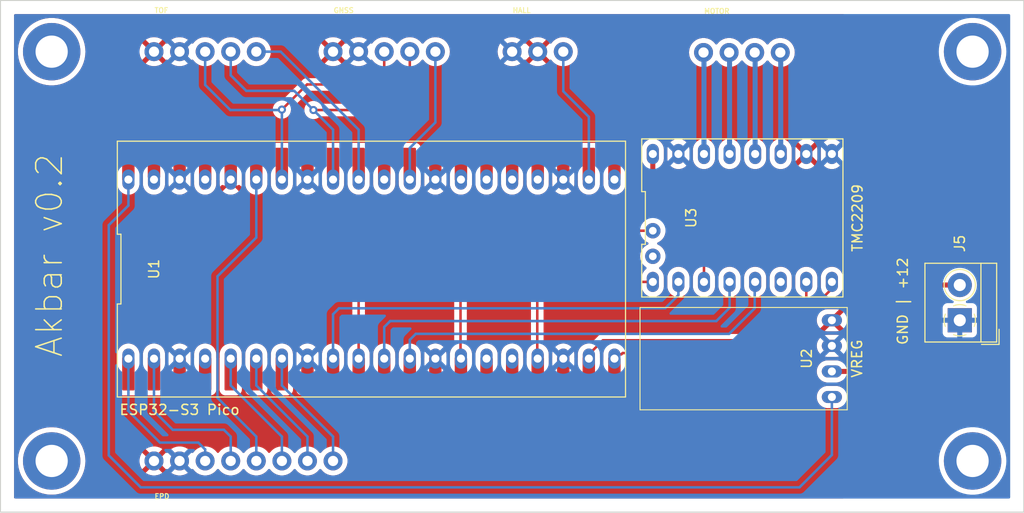
<source format=kicad_pcb>
(kicad_pcb (version 20221018) (generator pcbnew)
  (layers (0 "F.Cu" signal) (31 "B.Cu" signal) (34 "B.Paste" user) (35 "F.Paste" user) (36 "B.SilkS" user "B.Silkscreen") (37 "F.SilkS" user "F.Silkscreen") (38 "B.Mask" user) (39 "F.Mask" user) (44 "Edge.Cuts" user))
  (net 0 "")
  (net 9 "/GND")
  (net 10 "/3V3")
  (net 11 "/VIN")
  (net 12 "/SCL")
  (net 13 "/SDA")
  (net 14 "/HALL")
  (net 17 "/VBUS")
  (net 18 "/STP_EN")
  (net 19 "/STP_CLK")
  (net 20 "/STP_VREF")
  (net 21 "/STP_DIAG")
  (net 22 "/TOF_XSHUT")
  (net 23 "/GNSS_INT")
  (net 24 "/MOSI")
  (net 25 "/SCK")
  (net 26 "/EPD_SS")
  (net 27 "/EPD_DC")
  (net 28 "/EPD_RST")
  (net 29 "/EPD_BUSY")
  (net 30 "/MISO")
  (net 31 "/STP_MS1")
  (net 32 "/STP_MS2")
  (net 33 "/STP_MS3")
  (net 34 "/STP_PDN")
  (net 35 "/STP_STEP")
  (net 36 "/STP_DIR")
  (net 37 "/M_A2")
  (net 38 "/M_A1")
  (net 39 "/M_B1")
  (net 40 "/M_B2")
  (footprint "Akbar:Waveshare ESP32-S3 Pico" (layer "F.Cu") (at 48.938 38.654334)
    (fp_text reference "U1" (at -21.59 0 90) (layer "F.SilkS"))
    (fp_text value "ESP32-S3 Pico" (at -19.05 13.97) (layer "F.SilkS"))
    (fp_rect (start -24.638 -11.938) (end -23.622 -8.89) (stroke (width 0.2)) (fill solid) (layer "F.Cu"))
    (fp_rect (start -24.638 -11.938) (end -23.622 -8.89) (stroke (width 0.2)) (fill solid) (layer "F.Cu"))
    (fp_rect (start -24.638 8.89) (end -23.622 11.938) (stroke (width 0.2)) (fill solid) (layer "F.Cu"))
    (fp_rect (start -24.638 8.89) (end -23.622 11.938) (stroke (width 0.2)) (fill solid) (layer "F.Cu"))
    (fp_rect (start -22.098 -11.938) (end -21.082 -9.144) (stroke (width 0.2)) (fill solid) (layer "F.Cu"))
    (fp_rect (start -22.098 -11.938) (end -21.082 -9.144) (stroke (width 0.2)) (fill solid) (layer "F.Cu"))
    (fp_rect (start -22.098 8.89) (end -21.082 11.938) (stroke (width 0.2)) (fill solid) (layer "F.Cu"))
    (fp_rect (start -22.098 8.89) (end -21.082 11.938) (stroke (width 0.2)) (fill solid) (layer "F.Cu"))
    (fp_rect (start -19.558 -11.938) (end -18.542 -8.89) (stroke (width 0.2)) (fill solid) (layer "F.Cu"))
    (fp_rect (start -19.558 -11.938) (end -18.542 -8.89) (stroke (width 0.2)) (fill solid) (layer "F.Cu"))
    (fp_rect (start -19.558 8.89) (end -18.542 11.938) (stroke (width 0.2)) (fill solid) (layer "F.Cu"))
    (fp_rect (start -19.558 8.89) (end -18.542 11.938) (stroke (width 0.2)) (fill solid) (layer "F.Cu"))
    (fp_rect (start -17.018 -11.938) (end -16.002 -8.89) (stroke (width 0.2)) (fill solid) (layer "F.Cu"))
    (fp_rect (start -17.018 -11.938) (end -16.002 -8.89) (stroke (width 0.2)) (fill solid) (layer "F.Cu"))
    (fp_rect (start -17.018 8.89) (end -16.002 11.938) (stroke (width 0.2)) (fill solid) (layer "F.Cu"))
    (fp_rect (start -17.018 8.89) (end -16.002 11.938) (stroke (width 0.2)) (fill solid) (layer "F.Cu"))
    (fp_rect (start -14.478 -11.938) (end -13.462 -8.89) (stroke (width 0.2)) (fill solid) (layer "F.Cu"))
    (fp_rect (start -14.478 -11.938) (end -13.462 -8.89) (stroke (width 0.2)) (fill solid) (layer "F.Cu"))
    (fp_rect (start -14.478 8.89) (end -13.462 11.938) (stroke (width 0.2)) (fill solid) (layer "F.Cu"))
    (fp_rect (start -14.478 8.89) (end -13.462 11.938) (stroke (width 0.2)) (fill solid) (layer "F.Cu"))
    (fp_rect (start -11.938 -11.938) (end -10.922 -8.89) (stroke (width 0.2)) (fill solid) (layer "F.Cu"))
    (fp_rect (start -11.938 -11.938) (end -10.922 -8.89) (stroke (width 0.2)) (fill solid) (layer "F.Cu"))
    (fp_rect (start -11.938 8.89) (end -10.922 11.938) (stroke (width 0.2)) (fill solid) (layer "F.Cu"))
    (fp_rect (start -11.938 8.89) (end -10.922 11.938) (stroke (width 0.2)) (fill solid) (layer "F.Cu"))
    (fp_rect (start -9.398 -11.938) (end -8.382 -8.89) (stroke (width 0.2)) (fill solid) (layer "F.Cu"))
    (fp_rect (start -9.398 -11.938) (end -8.382 -8.89) (stroke (width 0.2)) (fill solid) (layer "F.Cu"))
    (fp_rect (start -9.398 8.89) (end -8.382 11.938) (stroke (width 0.2)) (fill solid) (layer "F.Cu"))
    (fp_rect (start -9.398 8.89) (end -8.382 11.938) (stroke (width 0.2)) (fill solid) (layer "F.Cu"))
    (fp_rect (start -6.858 -11.938) (end -5.842 -8.89) (stroke (width 0.2)) (fill solid) (layer "F.Cu"))
    (fp_rect (start -6.858 -11.938) (end -5.842 -8.89) (stroke (width 0.2)) (fill solid) (layer "F.Cu"))
    (fp_rect (start -6.858 8.89) (end -5.842 11.938) (stroke (width 0.2)) (fill solid) (layer "F.Cu"))
    (fp_rect (start -6.858 8.89) (end -5.842 11.938) (stroke (width 0.2)) (fill solid) (layer "F.Cu"))
    (fp_rect (start -4.318 -11.938) (end -3.302 -8.89) (stroke (width 0.2)) (fill solid) (layer "F.Cu"))
    (fp_rect (start -4.318 -11.938) (end -3.302 -8.89) (stroke (width 0.2)) (fill solid) (layer "F.Cu"))
    (fp_rect (start -4.318 8.89) (end -3.302 11.938) (stroke (width 0.2)) (fill solid) (layer "F.Cu"))
    (fp_rect (start -4.318 8.89) (end -3.302 11.938) (stroke (width 0.2)) (fill solid) (layer "F.Cu"))
    (fp_rect (start -1.778 -11.938) (end -0.762 -8.89) (stroke (width 0.2)) (fill solid) (layer "F.Cu"))
    (fp_rect (start -1.778 -11.938) (end -0.762 -8.89) (stroke (width 0.2)) (fill solid) (layer "F.Cu"))
    (fp_rect (start -1.778 8.89) (end -0.762 11.938) (stroke (width 0.2)) (fill solid) (layer "F.Cu"))
    (fp_rect (start -1.778 8.89) (end -0.762 11.938) (stroke (width 0.2)) (fill solid) (layer "F.Cu"))
    (fp_rect (start 0.762 -11.938) (end 1.778 -8.89) (stroke (width 0.2)) (fill solid) (layer "F.Cu"))
    (fp_rect (start 0.762 -11.938) (end 1.778 -8.89) (stroke (width 0.2)) (fill solid) (layer "F.Cu"))
    (fp_rect (start 0.762 8.89) (end 1.778 11.938) (stroke (width 0.2)) (fill solid) (layer "F.Cu"))
    (fp_rect (start 0.762 8.89) (end 1.778 11.938) (stroke (width 0.2)) (fill solid) (layer "F.Cu"))
    (fp_rect (start 3.302 -11.938) (end 4.318 -8.89) (stroke (width 0.2)) (fill solid) (layer "F.Cu"))
    (fp_rect (start 3.302 -11.938) (end 4.318 -8.89) (stroke (width 0.2)) (fill solid) (layer "F.Cu"))
    (fp_rect (start 3.302 8.89) (end 4.318 11.938) (stroke (width 0.2)) (fill solid) (layer "F.Cu"))
    (fp_rect (start 3.302 8.89) (end 4.318 11.938) (stroke (width 0.2)) (fill solid) (layer "F.Cu"))
    (fp_rect (start 5.842 -11.938) (end 6.858 -8.89) (stroke (width 0.2)) (fill solid) (layer "F.Cu"))
    (fp_rect (start 5.842 -11.938) (end 6.858 -8.89) (stroke (width 0.2)) (fill solid) (layer "F.Cu"))
    (fp_rect (start 5.842 8.89) (end 6.858 11.938) (stroke (width 0.2)) (fill solid) (layer "F.Cu"))
    (fp_rect (start 5.842 8.89) (end 6.858 11.938) (stroke (width 0.2)) (fill solid) (layer "F.Cu"))
    (fp_rect (start 8.382 -11.938) (end 9.398 -8.89) (stroke (width 0.2)) (fill solid) (layer "F.Cu"))
    (fp_rect (start 8.382 -11.938) (end 9.398 -8.89) (stroke (width 0.2)) (fill solid) (layer "F.Cu"))
    (fp_rect (start 8.382 8.89) (end 9.398 11.938) (stroke (width 0.2)) (fill solid) (layer "F.Cu"))
    (fp_rect (start 8.382 8.89) (end 9.398 11.938) (stroke (width 0.2)) (fill solid) (layer "F.Cu"))
    (fp_rect (start 10.922 -11.938) (end 11.938 -8.89) (stroke (width 0.2)) (fill solid) (layer "F.Cu"))
    (fp_rect (start 10.922 -11.938) (end 11.938 -8.89) (stroke (width 0.2)) (fill solid) (layer "F.Cu"))
    (fp_rect (start 10.922 8.89) (end 11.938 11.938) (stroke (width 0.2)) (fill solid) (layer "F.Cu"))
    (fp_rect (start 10.922 8.89) (end 11.938 11.938) (stroke (width 0.2)) (fill solid) (layer "F.Cu"))
    (fp_rect (start 13.462 -11.938) (end 14.478 -8.89) (stroke (width 0.2)) (fill solid) (layer "F.Cu"))
    (fp_rect (start 13.462 -11.938) (end 14.478 -8.89) (stroke (width 0.2)) (fill solid) (layer "F.Cu"))
    (fp_rect (start 13.462 8.89) (end 14.478 11.938) (stroke (width 0.2)) (fill solid) (layer "F.Cu"))
    (fp_rect (start 13.462 8.89) (end 14.478 11.938) (stroke (width 0.2)) (fill solid) (layer "F.Cu"))
    (fp_rect (start 16.002 -11.938) (end 17.018 -8.89) (stroke (width 0.2)) (fill solid) (layer "F.Cu"))
    (fp_rect (start 16.002 -11.938) (end 17.018 -8.89) (stroke (width 0.2)) (fill solid) (layer "F.Cu"))
    (fp_rect (start 16.002 8.89) (end 17.018 11.938) (stroke (width 0.2)) (fill solid) (layer "F.Cu"))
    (fp_rect (start 16.002 8.89) (end 17.018 11.938) (stroke (width 0.2)) (fill solid) (layer "F.Cu"))
    (fp_rect (start 18.542 -11.938) (end 19.558 -8.89) (stroke (width 0.2)) (fill solid) (layer "F.Cu"))
    (fp_rect (start 18.542 -11.938) (end 19.558 -8.89) (stroke (width 0.2)) (fill solid) (layer "F.Cu"))
    (fp_rect (start 18.542 8.89) (end 19.558 11.938) (stroke (width 0.2)) (fill solid) (layer "F.Cu"))
    (fp_rect (start 18.542 8.89) (end 19.558 11.938) (stroke (width 0.2)) (fill solid) (layer "F.Cu"))
    (fp_rect (start 21.082 -11.938) (end 22.098 -8.89) (stroke (width 0.2)) (fill solid) (layer "F.Cu"))
    (fp_rect (start 21.082 -11.938) (end 22.098 -8.89) (stroke (width 0.2)) (fill solid) (layer "F.Cu"))
    (fp_rect (start 21.082 8.89) (end 22.098 11.938) (stroke (width 0.2)) (fill solid) (layer "F.Cu"))
    (fp_rect (start 21.082 8.89) (end 22.098 11.938) (stroke (width 0.2)) (fill solid) (layer "F.Cu"))
    (fp_rect (start 23.622 -11.938) (end 24.638 -8.89) (stroke (width 0.2)) (fill solid) (layer "F.Cu"))
    (fp_rect (start 23.622 -11.938) (end 24.638 -8.89) (stroke (width 0.2)) (fill solid) (layer "F.Cu"))
    (fp_rect (start 23.622 8.89) (end 24.638 11.938) (stroke (width 0.2)) (fill solid) (layer "F.Cu"))
    (fp_rect (start 23.622 8.89) (end 24.638 11.938) (stroke (width 0.2)) (fill solid) (layer "F.Cu"))
    (fp_line (start -25.23 -12.7) (end -25.23 -3.463333) (stroke (width 0.12)) (layer "F.SilkS"))
    (fp_line (start -25.23 -3.463333) (end -24.87 -3.463333) (stroke (width 0.12)) (layer "F.SilkS"))
    (fp_line (start -25.23 3.463333) (end -25.23 12.699999) (stroke (width 0.12)) (layer "F.SilkS"))
    (fp_line (start -25.23 12.699999) (end 25.23 12.7) (stroke (width 0.12)) (layer "F.SilkS"))
    (fp_line (start -24.87 -3.463333) (end -24.87 3.463333) (stroke (width 0.12)) (layer "F.SilkS"))
    (fp_line (start -24.87 3.463333) (end -25.23 3.463333) (stroke (width 0.12)) (layer "F.SilkS"))
    (fp_line (start 25.23 -12.699999) (end -25.23 -12.7) (stroke (width 0.12)) (layer "F.SilkS"))
    (fp_line (start 25.23 12.7) (end 25.23 -12.699999) (stroke (width 0.12)) (layer "F.SilkS"))
    (pad "1" thru_hole oval (at -24.13 8.89) (size 1.2 2) (drill 0.8) (layers "*.Cu" "*.Mask") (net 24 "/MOSI"))
    (pad "2" thru_hole oval (at -21.59 8.89) (size 1.2 2) (drill 0.8) (layers "*.Cu" "*.Mask") (net 25 "/SCK"))
    (pad "3" thru_hole oval (at -19.05 8.89) (size 1.2 2) (drill 0.8) (layers "*.Cu" "*.Mask") (net 9 "/GND"))
    (pad "4" thru_hole oval (at -16.51 8.89) (size 1.2 2) (drill 0.8) (layers "*.Cu" "*.Mask") (net 30 "/MISO"))
    (pad "5" thru_hole oval (at -13.97 8.89) (size 1.2 2) (drill 0.8) (layers "*.Cu" "*.Mask") (net 27 "/EPD_DC"))
    (pad "6" thru_hole oval (at -11.43 8.89) (size 1.2 2) (drill 0.8) (layers "*.Cu" "*.Mask") (net 28 "/EPD_RST"))
    (pad "7" thru_hole oval (at -8.89 8.89) (size 1.2 2) (drill 0.8) (layers "*.Cu" "*.Mask") (net 29 "/EPD_BUSY"))
    (pad "8" thru_hole oval (at -6.35 8.89) (size 1.2 2) (drill 0.8) (layers "*.Cu" "*.Mask") (net 9 "/GND"))
    (pad "9" thru_hole oval (at -3.81 8.89) (size 1.2 2) (drill 0.8) (layers "*.Cu" "*.Mask") (net 31 "/STP_MS1"))
    (pad "10" thru_hole oval (at -1.27 8.89) (size 1.2 2) (drill 0.8) (layers "*.Cu" "*.Mask") (net 32 "/STP_MS2"))
    (pad "11" thru_hole oval (at 1.27 8.89) (size 1.2 2) (drill 0.8) (layers "*.Cu" "*.Mask") (net 33 "/STP_MS3"))
    (pad "12" thru_hole oval (at 3.81 8.89) (size 1.2 2) (drill 0.8) (layers "*.Cu" "*.Mask") (net 34 "/STP_PDN"))
    (pad "13" thru_hole oval (at 6.35 8.89) (size 1.2 2) (drill 0.8) (layers "*.Cu" "*.Mask") (net 9 "/GND"))
    (pad "14" thru_hole oval (at 8.89 8.89) (size 1.2 2) (drill 0.8) (layers "*.Cu" "*.Mask") (net 21 "/STP_DIAG"))
    (pad "15" thru_hole oval (at 11.43 8.89) (size 1.2 2) (drill 0.8) (layers "*.Cu" "*.Mask"))
    (pad "16" thru_hole oval (at 13.97 8.89) (size 1.2 2) (drill 0.8) (layers "*.Cu" "*.Mask"))
    (pad "17" thru_hole oval (at 16.51 8.89) (size 1.2 2) (drill 0.8) (layers "*.Cu" "*.Mask") (net 18 "/STP_EN"))
    (pad "18" thru_hole oval (at 19.05 8.89) (size 1.2 2) (drill 0.8) (layers "*.Cu" "*.Mask") (net 9 "/GND"))
    (pad "19" thru_hole oval (at 21.59 8.89) (size 1.2 2) (drill 0.8) (layers "*.Cu" "*.Mask") (net 35 "/STP_STEP"))
    (pad "20" thru_hole oval (at 24.13 8.89) (size 1.2 2) (drill 0.8) (layers "*.Cu" "*.Mask") (net 36 "/STP_DIR"))
    (pad "21" thru_hole oval (at 24.13 -8.89) (size 1.2 2) (drill 0.8) (layers "*.Cu" "*.Mask"))
    (pad "22" thru_hole oval (at 21.59 -8.89) (size 1.2 2) (drill 0.8) (layers "*.Cu" "*.Mask") (net 14 "/HALL"))
    (pad "23" thru_hole oval (at 19.05 -8.89) (size 1.2 2) (drill 0.8) (layers "*.Cu" "*.Mask") (net 9 "/GND"))
    (pad "24" thru_hole oval (at 16.51 -8.89) (size 1.2 2) (drill 0.8) (layers "*.Cu" "*.Mask"))
    (pad "25" thru_hole oval (at 13.97 -8.89) (size 1.2 2) (drill 0.8) (layers "*.Cu" "*.Mask"))
    (pad "26" thru_hole oval (at 11.43 -8.89) (size 1.2 2) (drill 0.8) (layers "*.Cu" "*.Mask"))
    (pad "27" thru_hole oval (at 8.89 -8.89) (size 1.2 2) (drill 0.8) (layers "*.Cu" "*.Mask"))
    (pad "28" thru_hole oval (at 6.35 -8.89) (size 1.2 2) (drill 0.8) (layers "*.Cu" "*.Mask") (net 9 "/GND"))
    (pad "29" thru_hole oval (at 3.81 -8.89) (size 1.2 2) (drill 0.8) (layers "*.Cu" "*.Mask") (net 23 "/GNSS_INT"))
    (pad "30" thru_hole oval (at 1.27 -8.89) (size 1.2 2) (drill 0.8) (layers "*.Cu" "*.Mask"))
    (pad "31" thru_hole oval (at -1.27 -8.89) (size 1.2 2) (drill 0.8) (layers "*.Cu" "*.Mask") (net 22 "/TOF_XSHUT"))
    (pad "32" thru_hole oval (at -3.81 -8.89) (size 1.2 2) (drill 0.8) (layers "*.Cu" "*.Mask") (net 13 "/SDA"))
    (pad "33" thru_hole oval (at -6.35 -8.89) (size 1.2 2) (drill 0.8) (layers "*.Cu" "*.Mask") (net 9 "/GND"))
    (pad "34" thru_hole oval (at -8.89 -8.89) (size 1.2 2) (drill 0.8) (layers "*.Cu" "*.Mask") (net 12 "/SCL"))
    (pad "35" thru_hole oval (at -11.43 -8.89) (size 1.2 2) (drill 0.8) (layers "*.Cu" "*.Mask") (net 26 "/EPD_SS"))
    (pad "36" thru_hole oval (at -13.97 -8.89) (size 1.2 2) (drill 0.8) (layers "*.Cu" "*.Mask") (net 10 "/3V3"))
    (pad "37" thru_hole oval (at -16.51 -8.89) (size 1.2 2) (drill 0.8) (layers "*.Cu" "*.Mask"))
    (pad "38" thru_hole oval (at -19.05 -8.89) (size 1.2 2) (drill 0.8) (layers "*.Cu" "*.Mask") (net 9 "/GND"))
    (pad "39" thru_hole oval (at -21.59 -8.89) (size 1.2 2) (drill 0.8) (layers "*.Cu" "*.Mask"))
    (pad "40" thru_hole oval (at -24.13 -8.89) (size 1.2 2) (drill 0.8) (layers "*.Cu" "*.Mask") (net 17 "/VBUS"))
  )
  (footprint "MountingHole:MountingHole_3.2mm_M3_ISO7380_Pad_TopBottom" (layer "F.Cu") (at 108.628 17.064334)
    (fp_text reference "REF**" hide)
    (fp_text value "MountingHole_3.2mm_M3_ISO7380_Pad_TopBottom" hide)
    (pad "1" thru_hole circle (at 0 0) (size 3.6 3.6) (drill 3.2) (layers "*.Cu" "*.Mask"))
    (pad "1" connect circle (at 0 0) (size 5.7 5.7) (layers "F.Cu" "F.Mask"))
    (pad "1" connect circle (at 0 0) (size 5.7 5.7) (layers "B.Cu" "B.Mask"))
  )
  (footprint "SparkFun-Connector:1X05" (layer "F.Cu") (at 27.348 17.064334)
    (fp_text reference "J1")
    (fp_text value "TOF" (at 0 -3.81) (layer "F.SilkS") (effects (font (size 0.5 0.5) (thickness 0.1)) (justify left bottom)))
    (pad "1" thru_hole circle (at 0 0 90) (size 1.8796 1.8796) (drill 1.016) (layers "*.Cu" "*.Mask") (net 10 "/3V3"))
    (pad "2" thru_hole circle (at 2.54 0 90) (size 1.8796 1.8796) (drill 1.016) (layers "*.Cu" "*.Mask") (net 9 "/GND"))
    (pad "3" thru_hole circle (at 5.08 0 90) (size 1.8796 1.8796) (drill 1.016) (layers "*.Cu" "*.Mask") (net 12 "/SCL"))
    (pad "4" thru_hole circle (at 7.62 0 90) (size 1.8796 1.8796) (drill 1.016) (layers "*.Cu" "*.Mask") (net 13 "/SDA"))
    (pad "5" thru_hole circle (at 10.16 0 90) (size 1.8796 1.8796) (drill 1.016) (layers "*.Cu" "*.Mask") (net 22 "/TOF_XSHUT"))
  )
  (footprint "SparkFun-Connector:1X05" (layer "F.Cu") (at 45.128 17.064334)
    (fp_text reference "J2")
    (fp_text value "GNSS" (at 0 -3.81) (layer "F.SilkS") (effects (font (size 0.5 0.5) (thickness 0.1)) (justify left bottom)))
    (pad "1" thru_hole circle (at 0 0 90) (size 1.8796 1.8796) (drill 1.016) (layers "*.Cu" "*.Mask") (net 10 "/3V3"))
    (pad "2" thru_hole circle (at 2.54 0 90) (size 1.8796 1.8796) (drill 1.016) (layers "*.Cu" "*.Mask") (net 9 "/GND"))
    (pad "3" thru_hole circle (at 5.08 0 90) (size 1.8796 1.8796) (drill 1.016) (layers "*.Cu" "*.Mask") (net 12 "/SCL"))
    (pad "4" thru_hole circle (at 7.62 0 90) (size 1.8796 1.8796) (drill 1.016) (layers "*.Cu" "*.Mask") (net 13 "/SDA"))
    (pad "5" thru_hole circle (at 10.16 0 90) (size 1.8796 1.8796) (drill 1.016) (layers "*.Cu" "*.Mask") (net 23 "/GNSS_INT"))
  )
  (footprint "SparkFun-Connector:1X04" (layer "F.Cu") (at 81.915 17.145)
    (fp_text reference "J4")
    (fp_text value "MOTOR" (at 0 -3.81) (layer "F.SilkS") (effects (font (size 0.5 0.5) (thickness 0.1)) (justify left bottom)))
    (pad "1" thru_hole circle (at 0 0 90) (size 1.8796 1.8796) (drill 1.016) (layers "*.Cu" "*.Mask") (net 37 "/M_A2"))
    (pad "2" thru_hole circle (at 2.54 0 90) (size 1.8796 1.8796) (drill 1.016) (layers "*.Cu" "*.Mask") (net 38 "/M_A1"))
    (pad "3" thru_hole circle (at 5.08 0 90) (size 1.8796 1.8796) (drill 1.016) (layers "*.Cu" "*.Mask") (net 39 "/M_B1"))
    (pad "4" thru_hole circle (at 7.62 0 90) (size 1.8796 1.8796) (drill 1.016) (layers "*.Cu" "*.Mask") (net 40 "/M_B2"))
  )
  (footprint "Akbar:Buck Regulator" (layer "F.Cu") (at 94.658 47.544334 180)
    (fp_text reference "U2" (at 2.5 0 90) (layer "F.SilkS"))
    (fp_text value "VREG" (at -2.5 0 90) (layer "F.SilkS"))
    (fp_line (start -1.524 -5.08) (end -1.524 5.08) (stroke (width 0.1)) (layer "F.SilkS"))
    (fp_line (start 19.05 -5.08) (end -1.524 -5.08) (stroke (width 0.1)) (layer "F.SilkS"))
    (fp_line (start 19.05 -5.08) (end 19.05 5.08) (stroke (width 0.1)) (layer "F.SilkS"))
    (fp_line (start 19.05 5.08) (end -1.524 5.08) (stroke (width 0.1)) (layer "F.SilkS"))
    (pad "1" thru_hole oval (at 0 3.81 270) (size 1.2 2) (drill 0.8) (layers "*.Cu" "*.Mask") (net 10 "/3V3"))
    (pad "2" thru_hole oval (at 0 1.27 270) (size 1.2 2) (drill 0.8) (layers "*.Cu" "*.Mask") (net 9 "/GND"))
    (pad "3" thru_hole oval (at 0 -1.27 270) (size 1.2 2) (drill 0.8) (layers "*.Cu" "*.Mask") (net 11 "/VIN"))
    (pad "4" thru_hole oval (at 0 -3.81 270) (size 1.2 2) (drill 0.8) (layers "*.Cu" "*.Mask") (net 17 "/VBUS"))
  )
  (footprint "MountingHole:MountingHole_3.2mm_M3_ISO7380_Pad_TopBottom" (layer "F.Cu") (at 17.188 57.704334)
    (fp_text reference "REF**" hide)
    (fp_text value "MountingHole_3.2mm_M3_ISO7380_Pad_TopBottom" hide)
    (pad "1" thru_hole circle (at 0 0) (size 3.6 3.6) (drill 3.2) (layers "*.Cu" "*.Mask"))
    (pad "1" connect circle (at 0 0) (size 5.7 5.7) (layers "F.Cu" "F.Mask"))
    (pad "1" connect circle (at 0 0) (size 5.7 5.7) (layers "B.Cu" "B.Mask"))
  )
  (footprint "SparkFun-Connector:1X03" (layer "F.Cu") (at 62.908 17.064334)
    (fp_text reference "J3")
    (fp_text value "HALL" (at 0 -3.81) (layer "F.SilkS") (effects (font (size 0.5 0.5) (thickness 0.1)) (justify left bottom)))
    (pad "1" thru_hole circle (at 0 0 90) (size 1.8796 1.8796) (drill 1.016) (layers "*.Cu" "*.Mask") (net 9 "/GND"))
    (pad "2" thru_hole circle (at 2.54 0 90) (size 1.8796 1.8796) (drill 1.016) (layers "*.Cu" "*.Mask") (net 10 "/3V3"))
    (pad "3" thru_hole circle (at 5.08 0 90) (size 1.8796 1.8796) (drill 1.016) (layers "*.Cu" "*.Mask") (net 14 "/HALL"))
  )
  (footprint "MountingHole:MountingHole_3.2mm_M3_ISO7380_Pad_TopBottom" (layer "F.Cu") (at 17.188 17.064334)
    (fp_text reference "REF**" hide)
    (fp_text value "MountingHole_3.2mm_M3_ISO7380_Pad_TopBottom" hide)
    (pad "1" thru_hole circle (at 0 0) (size 3.6 3.6) (drill 3.2) (layers "*.Cu" "*.Mask"))
    (pad "1" connect circle (at 0 0) (size 5.7 5.7) (layers "F.Cu" "F.Mask"))
    (pad "1" connect circle (at 0 0) (size 5.7 5.7) (layers "B.Cu" "B.Mask"))
  )
  (footprint "TerminalBlock_4Ucon:TerminalBlock_4Ucon_1x02_P3.50mm_Horizontal" (layer "F.Cu") (at 107.358 43.734334 90)
    (fp_text reference "J5" (at 7.62 0 90) (layer "F.SilkS"))
    (fp_text value "PWR_IN" hide)
    (fp_line (start -2.4 2.16) (end -2.4 3.9) (stroke (width 0.12)) (layer "F.SilkS"))
    (fp_line (start -2.4 3.9) (end -0.9 3.9) (stroke (width 0.12)) (layer "F.SilkS"))
    (fp_line (start -2.16 -3.46) (end -2.16 3.66) (stroke (width 0.12)) (layer "F.SilkS"))
    (fp_line (start -2.16 -3.46) (end 5.66 -3.46) (stroke (width 0.12)) (layer "F.SilkS"))
    (fp_line (start -2.16 2.1) (end 5.66 2.1) (stroke (width 0.12)) (layer "F.SilkS"))
    (fp_line (start -2.16 3.66) (end 5.66 3.66) (stroke (width 0.12)) (layer "F.SilkS"))
    (fp_line (start 5.66 -3.46) (end 5.66 3.66) (stroke (width 0.12)) (layer "F.SilkS"))
    (fp_arc (start -1.432109 0.607742) (mid -1.555727 -0.00014) (end -1.432 -0.608) (stroke (width 0.12)) (layer "F.SilkS"))
    (fp_arc (start -0.607742 -1.432109) (mid 0.00014 -1.555727) (end 0.608 -1.432) (stroke (width 0.12)) (layer "F.SilkS"))
    (fp_arc (start 0.027011 1.555493) (mid -0.296984 1.527118) (end -0.608 1.432) (stroke (width 0.12)) (layer "F.SilkS"))
    (fp_arc (start 0.607587 1.431385) (mid 0.310017 1.523783) (end 0 1.555) (stroke (width 0.12)) (layer "F.SilkS"))
    (fp_arc (start 1.432109 -0.607742) (mid 1.555727 0.00014) (end 1.432 0.608) (stroke (width 0.12)) (layer "F.SilkS"))
    (fp_circle (center 3.5 0) (end 5.055 0) (stroke (width 0.12)) (fill none) (layer "F.SilkS"))
    (pad "1" thru_hole rect (at 0 0 90) (size 2.4 2.4) (drill 1.2) (layers "*.Cu" "*.Mask") (net 9 "/GND"))
    (pad "2" thru_hole circle (at 3.5 0 90) (size 2.4 2.4) (drill 1.2) (layers "*.Cu" "*.Mask") (net 11 "/VIN"))
  )
  (footprint "SparkFun-Connector:1X08" (layer "F.Cu") (at 27.348 57.704334)
    (fp_text reference "J6")
    (fp_text value "EPD" (at 0 3.81) (layer "F.SilkS") (effects (font (size 0.5 0.5) (thickness 0.1)) (justify left bottom)))
    (pad "1" thru_hole circle (at 0 0 90) (size 1.8796 1.8796) (drill 1.016) (layers "*.Cu" "*.Mask") (net 10 "/3V3"))
    (pad "2" thru_hole circle (at 2.54 0 90) (size 1.8796 1.8796) (drill 1.016) (layers "*.Cu" "*.Mask") (net 9 "/GND"))
    (pad "3" thru_hole circle (at 5.08 0 90) (size 1.8796 1.8796) (drill 1.016) (layers "*.Cu" "*.Mask") (net 24 "/MOSI"))
    (pad "4" thru_hole circle (at 7.62 0 90) (size 1.8796 1.8796) (drill 1.016) (layers "*.Cu" "*.Mask") (net 25 "/SCK"))
    (pad "5" thru_hole circle (at 10.16 0 90) (size 1.8796 1.8796) (drill 1.016) (layers "*.Cu" "*.Mask") (net 26 "/EPD_SS"))
    (pad "6" thru_hole circle (at 12.7 0 90) (size 1.8796 1.8796) (drill 1.016) (layers "*.Cu" "*.Mask") (net 27 "/EPD_DC"))
    (pad "7" thru_hole circle (at 15.24 0 90) (size 1.8796 1.8796) (drill 1.016) (layers "*.Cu" "*.Mask") (net 28 "/EPD_RST"))
    (pad "8" thru_hole circle (at 17.78 0 90) (size 1.8796 1.8796) (drill 1.016) (layers "*.Cu" "*.Mask") (net 29 "/EPD_BUSY"))
  )
  (footprint "MountingHole:MountingHole_3.2mm_M3_ISO7380_Pad_TopBottom" (layer "F.Cu") (at 108.628 57.704334)
    (fp_text reference "REF**" hide)
    (fp_text value "MountingHole_3.2mm_M3_ISO7380_Pad_TopBottom" hide)
    (pad "1" thru_hole circle (at 0 0) (size 3.6 3.6) (drill 3.2) (layers "*.Cu" "*.Mask"))
    (pad "1" connect circle (at 0 0) (size 5.7 5.7) (layers "F.Cu" "F.Mask"))
    (pad "1" connect circle (at 0 0) (size 5.7 5.7) (layers "B.Cu" "B.Mask"))
  )
  (footprint "Akbar:BTT TMC2209" (layer "F.Cu") (at 85.768 33.574334)
    (fp_text reference "U3" (at -5.08 0 90) (layer "F.SilkS"))
    (fp_text value "TMC2209" (at 11.43 0 90) (layer "F.SilkS"))
    (fp_line (start -9.99 -7.85) (end -9.99 -2.616666) (stroke (width 0.12)) (layer "F.SilkS"))
    (fp_line (start -9.99 -2.616666) (end -9.63 -2.616666) (stroke (width 0.12)) (layer "F.SilkS"))
    (fp_line (start -9.99 2.616666) (end -9.99 7.849999) (stroke (width 0.12)) (layer "F.SilkS"))
    (fp_line (start -9.99 7.849999) (end 9.99 7.85) (stroke (width 0.12)) (layer "F.SilkS"))
    (fp_line (start -9.63 -2.616666) (end -9.63 2.616666) (stroke (width 0.12)) (layer "F.SilkS"))
    (fp_line (start -9.63 2.616666) (end -9.99 2.616666) (stroke (width 0.12)) (layer "F.SilkS"))
    (fp_line (start 9.99 -7.849999) (end -9.99 -7.85) (stroke (width 0.12)) (layer "F.SilkS"))
    (fp_line (start 9.99 7.85) (end 9.99 -7.849999) (stroke (width 0.12)) (layer "F.SilkS"))
    (pad "1" thru_hole oval (at -8.89 6.35) (size 1.2 2) (drill 0.8) (layers "*.Cu" "*.Mask") (net 18 "/STP_EN"))
    (pad "2" thru_hole oval (at -6.35 6.35) (size 1.2 2) (drill 0.8) (layers "*.Cu" "*.Mask") (net 31 "/STP_MS1"))
    (pad "3" thru_hole oval (at -3.81 6.35) (size 1.2 2) (drill 0.8) (layers "*.Cu" "*.Mask") (net 32 "/STP_MS2"))
    (pad "4" thru_hole oval (at -1.27 6.35) (size 1.2 2) (drill 0.8) (layers "*.Cu" "*.Mask") (net 33 "/STP_MS3"))
    (pad "5" thru_hole oval (at 1.27 6.35) (size 1.2 2) (drill 0.8) (layers "*.Cu" "*.Mask") (net 34 "/STP_PDN"))
    (pad "6" thru_hole oval (at 3.81 6.35) (size 1.2 2) (drill 0.8) (layers "*.Cu" "*.Mask") (net 19 "/STP_CLK"))
    (pad "7" thru_hole oval (at 6.35 6.35) (size 1.2 2) (drill 0.8) (layers "*.Cu" "*.Mask") (net 35 "/STP_STEP"))
    (pad "8" thru_hole oval (at 8.89 6.35) (size 1.2 2) (drill 0.8) (layers "*.Cu" "*.Mask") (net 36 "/STP_DIR"))
    (pad "9" thru_hole oval (at 8.89 -6.35) (size 1.2 2) (drill 0.8) (layers "*.Cu" "*.Mask") (net 9 "/GND"))
    (pad "10" thru_hole oval (at 6.35 -6.35) (size 1.2 2) (drill 0.8) (layers "*.Cu" "*.Mask") (net 10 "/3V3"))
    (pad "11" thru_hole oval (at 3.81 -6.35) (size 1.2 2) (drill 0.8) (layers "*.Cu" "*.Mask") (net 40 "/M_B2"))
    (pad "12" thru_hole oval (at 1.27 -6.35) (size 1.2 2) (drill 0.8) (layers "*.Cu" "*.Mask") (net 39 "/M_B1"))
    (pad "13" thru_hole oval (at -1.27 -6.35) (size 1.2 2) (drill 0.8) (layers "*.Cu" "*.Mask") (net 38 "/M_A1"))
    (pad "14" thru_hole oval (at -3.81 -6.35) (size 1.2 2) (drill 0.8) (layers "*.Cu" "*.Mask") (net 37 "/M_A2"))
    (pad "15" thru_hole oval (at -6.35 -6.35) (size 1.2 2) (drill 0.8) (layers "*.Cu" "*.Mask") (net 9 "/GND"))
    (pad "16" thru_hole oval (at -8.89 -6.35) (size 1.2 2) (drill 0.8) (layers "*.Cu" "*.Mask") (net 11 "/VIN"))
    (pad "17" thru_hole circle (at -8.89 3.81) (size 1.524 1.524) (drill 0.762) (layers "*.Cu" "*.Mask") (net 20 "/STP_VREF"))
    (pad "18" thru_hole circle (at -8.89 1.27) (size 1.524 1.524) (drill 0.762) (layers "*.Cu" "*.Mask") (net 21 "/STP_DIAG"))
  )
  (gr_rect (start 12.108 11.984334) (end 113.708 62.784334) (stroke (width 0.1)) (fill none) (layer "Edge.Cuts"))
  (gr_text "GND | +12" (at 102.278 46.274334 90) (layer "F.SilkS") (effects (font (size 1 1)) (justify left bottom)))
  (gr_text "Akbar v0.2" (at 18.458 47.544334 90) (layer "F.SilkS") (effects (font (size 2.54 2.54)) (justify left bottom)))
  (segment (start 99.06 31.115) (end 78.74 31.115) (width 0.5) (layer "F.Cu") (net 11))
  (segment (start 78.74 31.115) (end 76.878 29.253) (width 0.5) (layer "F.Cu") (net 11))
  (segment (start 99.140666 48.814334) (end 94.658 48.814334) (width 0.5) (layer "F.Cu") (net 11))
  (segment (start 101.6 33.655) (end 99.06 31.115) (width 0.5) (layer "F.Cu") (net 11))
  (segment (start 107.358 40.234334) (end 101.6 40.234334) (width 0.5) (layer "F.Cu") (net 11))
  (segment (start 101.6 40.234334) (end 101.6 46.355) (width 0.5) (layer "F.Cu") (net 11))
  (segment (start 101.6 46.355) (end 99.140666 48.814334) (width 0.5) (layer "F.Cu") (net 11))
  (segment (start 76.878 29.253) (end 76.878 27.224334) (width 0.5) (layer "F.Cu") (net 11))
  (segment (start 101.6 40.234334) (end 101.6 33.655) (width 0.5) (layer "F.Cu") (net 11))
  (segment (start 42.545 20.32) (end 48.895 20.32) (width 0.25) (layer "F.Cu") (net 12))
  (segment (start 40.048 22.817) (end 42.545 20.32) (width 0.25) (layer "F.Cu") (net 12))
  (segment (start 50.208 19.007) (end 50.208 17.064334) (width 0.25) (layer "F.Cu") (net 12))
  (segment (start 48.895 20.32) (end 50.208 19.007) (width 0.25) (layer "F.Cu") (net 12))
  (via (at 40.048 22.817) (size 0.8) (drill 0.4) (layers "F.Cu" "B.Cu") (net 12))
  (segment (start 40.005 22.86) (end 34.925 22.86) (width 0.25) (layer "B.Cu") (net 12))
  (segment (start 40.048 22.817) (end 40.048 29.764334) (width 0.25) (layer "B.Cu") (net 12))
  (segment (start 32.428 20.363) (end 32.428 17.064334) (width 0.25) (layer "B.Cu") (net 12))
  (segment (start 40.048 22.817) (end 40.005 22.86) (width 0.25) (layer "B.Cu") (net 12))
  (segment (start 34.925 22.86) (end 32.428 20.363) (width 0.25) (layer "B.Cu") (net 12))
  (segment (start 52.748 20.912) (end 52.748 17.064334) (width 0.25) (layer "F.Cu") (net 13))
  (segment (start 43.18 22.86) (end 50.8 22.86) (width 0.25) (layer "F.Cu") (net 13))
  (segment (start 50.8 22.86) (end 52.748 20.912) (width 0.25) (layer "F.Cu") (net 13))
  (via (at 43.18 22.86) (size 0.8) (drill 0.4) (layers "F.Cu" "B.Cu") (net 13))
  (segment (start 45.128 24.808) (end 45.128 29.764334) (width 0.25) (layer "B.Cu") (net 13))
  (segment (start 41.275 20.955) (end 43.18 22.86) (width 0.25) (layer "B.Cu") (net 13))
  (segment (start 34.968 17.064334) (end 34.968 19.4105) (width 0.25) (layer "B.Cu") (net 13))
  (segment (start 43.18 22.86) (end 45.128 24.808) (width 0.25) (layer "B.Cu") (net 13))
  (segment (start 36.5125 20.955) (end 41.275 20.955) (width 0.25) (layer "B.Cu") (net 13))
  (segment (start 34.968 19.4105) (end 36.5125 20.955) (width 0.25) (layer "B.Cu") (net 13))
  (segment (start 70.528 23.538) (end 67.988 20.998) (width 0.25) (layer "B.Cu") (net 14))
  (segment (start 67.988 20.998) (end 67.988 17.064334) (width 0.25) (layer "B.Cu") (net 14))
  (segment (start 70.528 29.764334) (end 70.528 23.538) (width 0.25) (layer "B.Cu") (net 14))
  (segment (start 24.808 29.764334) (end 24.808 32.342) (width 0.25) (layer "B.Cu") (net 17))
  (segment (start 91.44 60.325) (end 94.658 57.107) (width 0.25) (layer "B.Cu") (net 17))
  (segment (start 22.86 57.15) (end 26.035 60.325) (width 0.25) (layer "B.Cu") (net 17))
  (segment (start 26.035 60.325) (end 91.44 60.325) (width 0.25) (layer "B.Cu") (net 17))
  (segment (start 94.658 57.107) (end 94.658 51.354334) (width 0.25) (layer "B.Cu") (net 17))
  (segment (start 24.808 32.342) (end 22.86 34.29) (width 0.25) (layer "B.Cu") (net 17))
  (segment (start 22.86 34.29) (end 22.86 57.15) (width 0.25) (layer "B.Cu") (net 17))
  (segment (start 65.405 47.119334) (end 65.448 47.119334) (width 0.25) (layer "F.Cu") (net 18))
  (segment (start 65.405 41.275) (end 65.405 47.119334) (width 0.25) (layer "F.Cu") (net 18))
  (segment (start 76.878 39.924334) (end 66.755666 39.924334) (width 0.25) (layer "F.Cu") (net 18))
  (segment (start 66.755666 39.924334) (end 65.405 41.275) (width 0.25) (layer "F.Cu") (net 18))
  (segment (start 57.785 36.195) (end 57.785 47.119334) (width 0.25) (layer "F.Cu") (net 21))
  (segment (start 76.878 34.844334) (end 59.135666 34.844334) (width 0.25) (layer "F.Cu") (net 21))
  (segment (start 57.785 47.119334) (end 57.828 47.119334) (width 0.25) (layer "F.Cu") (net 21))
  (segment (start 59.135666 34.844334) (end 57.785 36.195) (width 0.25) (layer "F.Cu") (net 21))
  (segment (start 39.924334 17.064334) (end 47.668 24.808) (width 0.25) (layer "B.Cu") (net 22))
  (segment (start 37.508 17.064334) (end 39.924334 17.064334) (width 0.25) (layer "B.Cu") (net 22))
  (segment (start 47.668 24.808) (end 47.668 29.764334) (width 0.25) (layer "B.Cu") (net 22))
  (segment (start 52.748 29.764334) (end 52.748 26.627) (width 0.25) (layer "B.Cu") (net 23))
  (segment (start 55.288 24.087) (end 55.288 17.064334) (width 0.25) (layer "B.Cu") (net 23))
  (segment (start 52.748 26.627) (end 55.288 24.087) (width 0.25) (layer "B.Cu") (net 23))
  (segment (start 24.765 52.705) (end 24.808 52.662) (width 0.25) (layer "B.Cu") (net 24))
  (segment (start 31.75 55.88) (end 27.94 55.88) (width 0.25) (layer "B.Cu") (net 24))
  (segment (start 27.94 55.88) (end 24.765 52.705) (width 0.25) (layer "B.Cu") (net 24))
  (segment (start 32.428 56.558) (end 31.75 55.88) (width 0.25) (layer "B.Cu") (net 24))
  (segment (start 24.808 52.662) (end 24.808 47.544334) (width 0.25) (layer "B.Cu") (net 24))
  (segment (start 32.428 57.704334) (end 32.428 56.558) (width 0.25) (layer "B.Cu") (net 24))
  (segment (start 27.305 52.705) (end 27.348 52.662) (width 0.25) (layer "B.Cu") (net 25))
  (segment (start 29.21 54.61) (end 27.305 52.705) (width 0.25) (layer "B.Cu") (net 25))
  (segment (start 34.968 55.288) (end 34.29 54.61) (width 0.25) (layer "B.Cu") (net 25))
  (segment (start 34.29 54.61) (end 29.21 54.61) (width 0.25) (layer "B.Cu") (net 25))
  (segment (start 34.968 57.704334) (end 34.968 55.288) (width 0.25) (layer "B.Cu") (net 25))
  (segment (start 27.348 52.662) (end 27.348 47.544334) (width 0.25) (layer "B.Cu") (net 25))
  (segment (start 37.508 57.704334) (end 37.508 55.288) (width 0.25) (layer "B.Cu") (net 26))
  (segment (start 37.508 55.288) (end 33.655 51.435) (width 0.25) (layer "B.Cu") (net 26))
  (segment (start 37.508 35.517) (end 37.508 29.764334) (width 0.25) (layer "B.Cu") (net 26))
  (segment (start 33.655 51.435) (end 33.655 39.37) (width 0.25) (layer "B.Cu") (net 26))
  (segment (start 33.655 39.37) (end 37.508 35.517) (width 0.25) (layer "B.Cu") (net 26))
  (segment (start 40.048 57.704334) (end 40.048 55.288) (width 0.25) (layer "B.Cu") (net 27))
  (segment (start 40.048 55.288) (end 34.968 50.208) (width 0.25) (layer "B.Cu") (net 27))
  (segment (start 34.968 50.208) (end 34.968 47.544334) (width 0.25) (layer "B.Cu") (net 27))
  (segment (start 42.588 57.704334) (end 42.588 55.288) (width 0.25) (layer "B.Cu") (net 28))
  (segment (start 37.508 50.208) (end 37.508 47.544334) (width 0.25) (layer "B.Cu") (net 28))
  (segment (start 42.588 55.288) (end 37.508 50.208) (width 0.25) (layer "B.Cu") (net 28))
  (segment (start 40.048 50.208) (end 40.048 47.544334) (width 0.25) (layer "B.Cu") (net 29))
  (segment (start 45.128 55.288) (end 40.048 50.208) (width 0.25) (layer "B.Cu") (net 29))
  (segment (start 45.128 57.704334) (end 45.128 55.288) (width 0.25) (layer "B.Cu") (net 29))
  (segment (start 45.128 47.544334) (end 45.128 43.137) (width 0.25) (layer "B.Cu") (net 31))
  (segment (start 79.418 41.232) (end 79.418 39.924334) (width 0.25) (layer "B.Cu") (net 31))
  (segment (start 45.72 42.545) (end 78.105 42.545) (width 0.25) (layer "B.Cu") (net 31))
  (segment (start 78.105 42.545) (end 79.418 41.232) (width 0.25) (layer "B.Cu") (net 31))
  (segment (start 45.128 43.137) (end 45.72 42.545) (width 0.25) (layer "B.Cu") (net 31))
  (segment (start 53.34 33.02) (end 77.47 33.02) (width 0.25) (layer "F.Cu") (net 32))
  (segment (start 81.958 37.508) (end 81.958 39.924334) (width 0.25) (layer "F.Cu") (net 32))
  (segment (start 47.668 38.692) (end 53.34 33.02) (width 0.25) (layer "F.Cu") (net 32))
  (segment (start 77.47 33.02) (end 81.958 37.508) (width 0.25) (layer "F.Cu") (net 32))
  (segment (start 47.668 47.119334) (end 47.668 38.692) (width 0.25) (layer "F.Cu") (net 32))
  (segment (start 50.208 47.544334) (end 50.208 44.407) (width 0.25) (layer "B.Cu") (net 33))
  (segment (start 50.8 43.815) (end 83.185 43.815) (width 0.25) (layer "B.Cu") (net 33))
  (segment (start 83.185 43.815) (end 84.498 42.502) (width 0.25) (layer "B.Cu") (net 33))
  (segment (start 84.498 42.502) (end 84.498 39.924334) (width 0.25) (layer "B.Cu") (net 33))
  (segment (start 50.208 44.407) (end 50.8 43.815) (width 0.25) (layer "B.Cu") (net 33))
  (segment (start 87.038 39.924334) (end 86.995 39.967334) (width 0.25) (layer "B.Cu") (net 34))
  (segment (start 53.34 45.085) (end 84.455 45.085) (width 0.25) (layer "B.Cu") (net 34))
  (segment (start 86.995 42.545) (end 84.455 45.085) (width 0.25) (layer "B.Cu") (net 34))
  (segment (start 86.995 39.967334) (end 86.995 42.545) (width 0.25) (layer "B.Cu") (net 34))
  (segment (start 53.34 45.085) (end 52.748 45.677) (width 0.25) (layer "B.Cu") (net 34))
  (segment (start 52.748 45.677) (end 52.748 47.544334) (width 0.25) (layer "B.Cu") (net 34))
  (segment (start 92.118 41.867) (end 88.265 45.72) (width 0.25) (layer "F.Cu") (net 35))
  (segment (start 88.265 45.72) (end 71.927334 45.72) (width 0.25) (layer "F.Cu") (net 35))
  (segment (start 71.927334 45.72) (end 70.528 47.119334) (width 0.25) (layer "F.Cu") (net 35))
  (segment (start 92.118 39.924334) (end 92.118 41.867) (width 0.25) (layer "F.Cu") (net 35))
  (segment (start 94.658 39.924334) (end 94.658 40.597) (width 0.25) (layer "F.Cu") (net 36))
  (segment (start 73.881375 46.99) (end 73.752041 47.119334) (width 0.25) (layer "F.Cu") (net 36))
  (segment (start 94.658 40.597) (end 88.265 46.99) (width 0.25) (layer "F.Cu") (net 36))
  (segment (start 88.265 46.99) (end 73.881375 46.99) (width 0.25) (layer "F.Cu") (net 36))
  (segment (start 73.752041 47.119334) (end 73.068 47.119334) (width 0.25) (layer "F.Cu") (net 36))
  (segment (start 81.958 17.188) (end 81.915 17.145) (width 0.5) (layer "B.Cu") (net 37))
  (segment (start 81.958 27.224334) (end 81.958 17.188) (width 0.5) (layer "B.Cu") (net 37))
  (segment (start 84.498 27.224334) (end 84.498 17.188) (width 0.5) (layer "B.Cu") (net 38))
  (segment (start 84.498 17.188) (end 84.455 17.145) (width 0.5) (layer "B.Cu") (net 38))
  (segment (start 87.038 27.224334) (end 87.038 17.188) (width 0.5) (layer "B.Cu") (net 39))
  (segment (start 87.038 17.188) (end 86.995 17.145) (width 0.5) (layer "B.Cu") (net 39))
  (segment (start 89.578 27.224334) (end 89.578 17.188) (width 0.5) (layer "B.Cu") (net 40))
  (segment (start 89.578 17.188) (end 89.535 17.145) (width 0.5) (layer "B.Cu") (net 40))
  (zone (net 10) (net_name "/3V3") (layer "F.Cu") (priority 1) (connect_pads (clearance 0.5)) (min_thickness 0.25) (fill yes (thermal_gap 0.5) (thermal_bridge_width 0.5))
    (polygon (pts (xy 12.065 12.065) (xy 95.885 12.065) (xy 95.885 62.865) (xy 12.065 62.865)))
  )
  (zone (net 9) (net_name "/GND") (layer "B.Cu") (connect_pads (clearance 0.5)) (min_thickness 0.25) (fill yes (thermal_gap 0.5) (thermal_bridge_width 0.5))
    (polygon (pts (xy 12.065 12.065) (xy 12.065 62.865) (xy 113.665 62.865) (xy 113.665 12.065)))
  )
)
</source>
